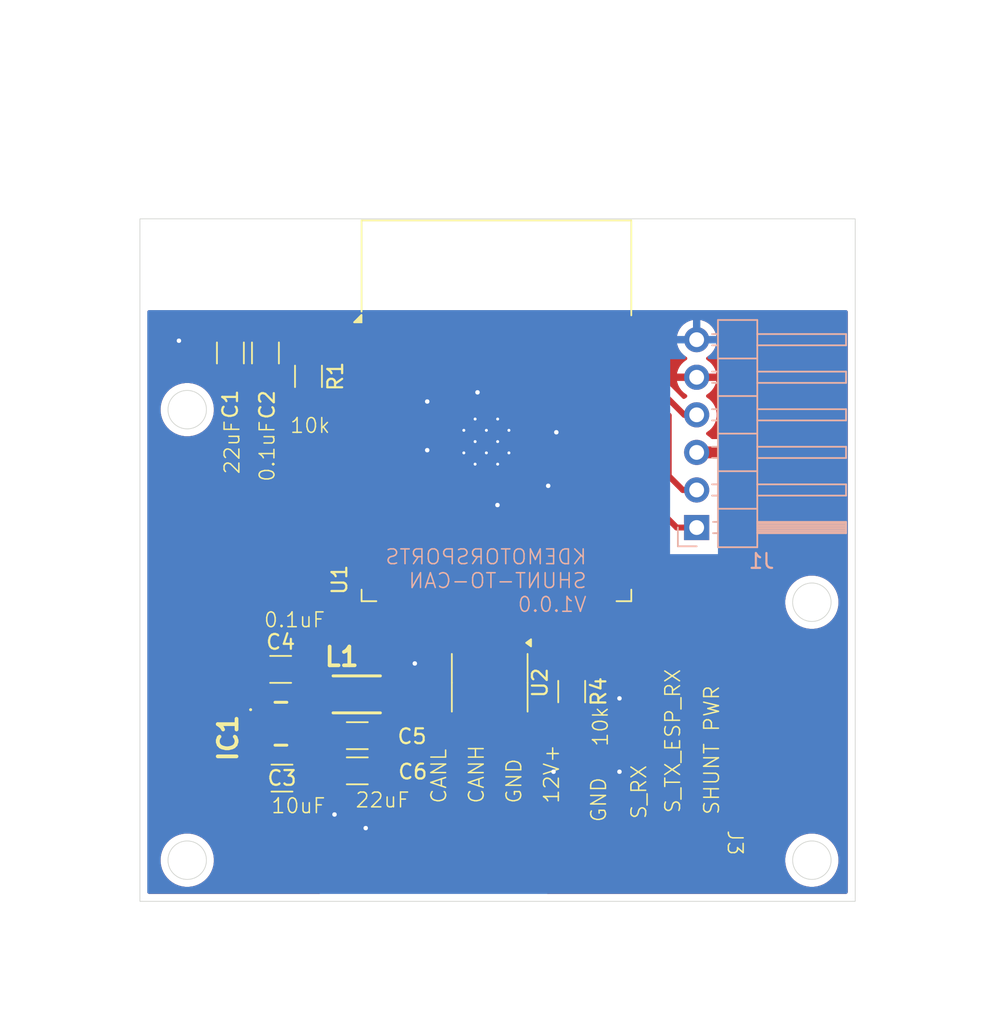
<source format=kicad_pcb>
(kicad_pcb (version 20241229) (generator "pcbnew") (generator_version "9.0")
  (layers (0 "F.Cu" signal) (2 "B.Cu" signal) (13 "F.Paste" user) (15 "B.Paste" user) (5 "F.SilkS" user "F.Silkscreen") (7 "B.SilkS" user "B.Silkscreen") (1 "F.Mask" user) (3 "B.Mask" user) (25 "Edge.Cuts" user))
  (net 0 "")
  (net 1 "+3.3V")
  (net 2 "GND")
  (net 3 "+12V")
  (net 4 "Net-(IC1-SW)")
  (net 5 "Net-(IC1-BST)")
  (net 6 "ESP32_TX")
  (net 7 "EN")
  (net 8 "IO0")
  (net 9 "ESP32_RX")
  (net 10 "CANL")
  (net 11 "CANH")
  (net 12 "SHUNT_DATA")
  (net 13 "SHUNT_RX")
  (net 14 "/Connectivity/SHUNT_PWR")
  (net 15 "Net-(U2-Rs)")
  (net 16 "CAN_RX")
  (net 17 "CAN_TX")
  (footprint "Capacitor_SMD:C_1206_3216Metric_Pad1.33x1.80mm_HandSolder" (layer "F.Cu") (at 132.87 106.06 180)
    (property "Reference" "C5" (at -3.7025 -0.05 0) (layer "F.SilkS"))
    (property "Value" "22uF")
    (fp_line (start -0.711252 0.91) (end 0.711252 0.91) (stroke (width 0.12)) (layer "F.SilkS"))
    (fp_line (start -0.711252 -0.91) (end 0.711252 -0.91) (stroke (width 0.12)) (layer "F.SilkS"))
    (pad "1" smd roundrect (at -1.5625 0 180) (size 1.325 1.8) (layers "F.Cu" "F.Mask" "F.Paste") (roundrect_rratio 0.188679) (net 1 "+3.3V"))
    (pad "2" smd roundrect (at 1.5625 0 180) (size 1.325 1.8) (layers "F.Cu" "F.Mask" "F.Paste") (roundrect_rratio 0.188679) (net 2 "GND"))
  )
  (footprint "CustomLibraries:CAN_PLUS_POWER" (layer "F.Cu") (at 151.086 115.7965 90)
    (property "Reference" "J2" (hide yes))
    (property "Value" "Conn_01x04")
    (fp_text user "GND" (at 5.08 -7.62 90) (layer "F.SilkS") (effects (font (thickness 0.1)) (justify left)))
    (fp_text user "12V+" (at 5.08 -5.08 90) (layer "F.SilkS") (effects (font (thickness 0.1)) (justify left)))
    (fp_text user "CANL" (at 5.08 -12.7 90) (layer "F.SilkS") (effects (font (thickness 0.1)) (justify left)))
    (fp_text user "CANH" (at 5.08 -10.16 90) (layer "F.SilkS") (effects (font (thickness 0.1)) (justify left)))
    (pad "1" smd roundrect (at 2.54 -5.08 90) (size 2.286 1.524) (layers "F.Cu" "F.Mask" "F.Paste") (net 3 "+12V"))
    (pad "2" smd roundrect (at 2.54 -7.62 90) (size 2.286 1.524) (layers "F.Cu" "F.Mask" "F.Paste") (net 2 "GND"))
    (pad "3" smd roundrect (at 2.54 -10.16 90) (size 2.286 1.524) (layers "F.Cu" "F.Mask" "F.Paste") (net 11 "CANH"))
    (pad "4" smd roundrect (at 2.54 -12.7 90) (size 2.286 1.524) (layers "F.Cu" "F.Mask" "F.Paste") (net 10 "CANL"))
  )
  (footprint "Package_SO:SOIC-8_3.9x4.9mm_P1.27mm" (layer "F.Cu") (at 141.825 102.485 -90)
    (property "Reference" "U2" (at 0 -3.4 90) (layer "F.SilkS"))
    (property "Value" "SN65HVD230")
    (fp_line (start 0 2.56) (end -1.95 2.56) (stroke (width 0.12)) (layer "F.SilkS"))
    (fp_line (start 0 2.56) (end 1.95 2.56) (stroke (width 0.12)) (layer "F.SilkS"))
    (fp_line (start 0 -2.56) (end -1.95 -2.56) (stroke (width 0.12)) (layer "F.SilkS"))
    (fp_line (start 0 -2.56) (end 1.95 -2.56) (stroke (width 0.12)) (layer "F.SilkS"))
    (fp_poly (pts (xy -2.7 -2.465) (xy -2.94 -2.795) (xy -2.46 -2.795) (xy -2.7 -2.465)) (stroke (width 0.12)) (fill yes) (layer "F.SilkS"))
    (pad "1" smd roundrect (at -2.475 -1.905 270) (size 1.95 0.6) (layers "F.Cu" "F.Mask" "F.Paste") (net 17 "CAN_TX"))
    (pad "2" smd roundrect (at -2.475 -0.635 270) (size 1.95 0.6) (layers "F.Cu" "F.Mask" "F.Paste") (net 2 "GND"))
    (pad "3" smd roundrect (at -2.475 0.635 270) (size 1.95 0.6) (layers "F.Cu" "F.Mask" "F.Paste") (net 1 "+3.3V"))
    (pad "4" smd roundrect (at -2.475 1.905 270) (size 1.95 0.6) (layers "F.Cu" "F.Mask" "F.Paste") (net 16 "CAN_RX"))
    (pad "5" smd roundrect (at 2.475 1.905 270) (size 1.95 0.6) (layers "F.Cu" "F.Mask" "F.Paste"))
    (pad "6" smd roundrect (at 2.475 0.635 270) (size 1.95 0.6) (layers "F.Cu" "F.Mask" "F.Paste") (net 10 "CANL"))
    (pad "7" smd roundrect (at 2.475 -0.635 270) (size 1.95 0.6) (layers "F.Cu" "F.Mask" "F.Paste") (net 11 "CANH"))
    (pad "8" smd roundrect (at 2.475 -1.905 270) (size 1.95 0.6) (layers "F.Cu" "F.Mask" "F.Paste") (net 15 "Net-(U2-Rs)"))
  )
  (footprint "Resistor_SMD:R_1206_3216Metric_Pad1.30x1.75mm_HandSolder" (layer "F.Cu") (at 147.37 103.08 -90)
    (property "Reference" "R4" (at 0 -1.82 90) (layer "F.SilkS"))
    (property "Value" "10k")
    (fp_line (start -0.727064 0.91) (end 0.727064 0.91) (stroke (width 0.12)) (layer "F.SilkS"))
    (fp_line (start -0.727064 -0.91) (end 0.727064 -0.91) (stroke (width 0.12)) (layer "F.SilkS"))
    (pad "1" smd roundrect (at -1.55 0 270) (size 1.3 1.75) (layers "F.Cu" "F.Mask" "F.Paste") (roundrect_rratio 0.192308) (net 2 "GND"))
    (pad "2" smd roundrect (at 1.55 0 270) (size 1.3 1.75) (layers "F.Cu" "F.Mask" "F.Paste") (roundrect_rratio 0.192308) (net 15 "Net-(U2-Rs)"))
  )
  (footprint "Capacitor_SMD:C_1206_3216Metric" (layer "F.Cu") (at 127.7775 108.93)
    (property "Reference" "C3" (at 0 0 0) (layer "F.SilkS"))
    (property "Value" "10uF")
    (fp_line (start -0.711252 -0.91) (end 0.711252 -0.91) (stroke (width 0.12)) (layer "F.SilkS"))
    (fp_line (start -0.711252 0.91) (end 0.711252 0.91) (stroke (width 0.12)) (layer "F.SilkS"))
    (pad "1" smd roundrect (at -1.475 0) (size 1.15 1.8) (layers "F.Cu" "F.Mask" "F.Paste") (roundrect_rratio 0.217391) (net 3 "+12V"))
    (pad "2" smd roundrect (at 1.475 0) (size 1.15 1.8) (layers "F.Cu" "F.Mask" "F.Paste") (roundrect_rratio 0.217391) (net 2 "GND"))
  )
  (footprint "Capacitor_SMD:C_1206_3216Metric" (layer "F.Cu") (at 127.6875 101.58)
    (property "Reference" "C4" (at 0 -1.85 0) (layer "F.SilkS"))
    (property "Value" "100nF")
    (fp_line (start -0.711252 -0.91) (end 0.711252 -0.91) (stroke (width 0.12)) (layer "F.SilkS"))
    (fp_line (start -0.711252 0.91) (end 0.711252 0.91) (stroke (width 0.12)) (layer "F.SilkS"))
    (pad "1" smd roundrect (at -1.475 0) (size 1.15 1.8) (layers "F.Cu" "F.Mask" "F.Paste") (roundrect_rratio 0.217391) (net 5 "Net-(IC1-BST)"))
    (pad "2" smd roundrect (at 1.475 0) (size 1.15 1.8) (layers "F.Cu" "F.Mask" "F.Paste") (roundrect_rratio 0.217391) (net 4 "Net-(IC1-SW)"))
  )
  (footprint "Connector:GenericPad_01x04" (layer "F.Cu") (at 144.19 108.17 -90)
    (property "Reference" "J3" (at 5.13 -14.23 270) (layer "F.SilkS") (effects (font (thickness 0.1))))
    (property "Value" "Conn_01x04")
    (pad "1" smd roundrect (at 5 -5 270) (size 1.905 1.27) (layers "F.Cu" "F.Mask" "F.Paste") (roundrect_rratio 0.15) (net 2 "GND"))
    (pad "2" smd roundrect (at 5 -7.5 270) (size 1.905 1.27) (layers "F.Cu" "F.Mask" "F.Paste") (roundrect_rratio 0.15) (net 13 "SHUNT_RX"))
    (pad "3" smd roundrect (at 5 -10 270) (size 1.905 1.27) (layers "F.Cu" "F.Mask" "F.Paste") (roundrect_rratio 0.15) (net 12 "SHUNT_DATA"))
    (pad "4" smd roundrect (at 5 -12.5 270) (size 1.905 1.27) (layers "F.Cu" "F.Mask" "F.Paste") (roundrect_rratio 0.15) (net 14 "/Connectivity/SHUNT_PWR"))
  )
  (footprint "CustomLibraries:AP63203WU7" (layer "F.Cu") (at 127.7075 105.254 -90)
    (property "Reference" "IC1" (at 0.966 3.5775 90) (layer "F.SilkS") (effects (font (size 1.27 1.27) (thickness 0.254))))
    (property "Value" "AP63203WU-7" (hide yes))
    (fp_line (start -0.95 2.1) (end -0.95 2.1) (stroke (width 0.1)) (layer "F.SilkS"))
    (fp_line (start -0.95 2) (end -0.95 2) (stroke (width 0.1)) (layer "F.SilkS"))
    (fp_line (start -1.45 -0.4) (end -1.45 0.4) (stroke (width 0.2)) (layer "F.SilkS"))
    (fp_line (start 1.45 -0.4) (end 1.45 0.4) (stroke (width 0.2)) (layer "F.SilkS"))
    (fp_arc (start -0.95 2.1) (mid -1 2.05) (end -0.95 2) (stroke (width 0.1)) (layer "F.SilkS"))
    (fp_arc (start -0.95 2) (mid -0.9 2.05) (end -0.95 2.1) (stroke (width 0.1)) (layer "F.SilkS"))
    (pad "1" smd rect (at -0.95 1.099 270) (size 0.7 1) (layers "F.Cu" "F.Mask" "F.Paste") (net 1 "+3.3V"))
    (pad "2" smd rect (at 0 1.099 270) (size 0.7 1) (layers "F.Cu" "F.Mask" "F.Paste") (net 3 "+12V"))
    (pad "3" smd rect (at 0.95 1.099 270) (size 0.7 1) (layers "F.Cu" "F.Mask" "F.Paste") (net 3 "+12V"))
    (pad "4" smd rect (at 0.95 -1.099 270) (size 0.7 1) (layers "F.Cu" "F.Mask" "F.Paste") (net 2 "GND"))
    (pad "5" smd rect (at 0 -1.099 270) (size 0.7 1) (layers "F.Cu" "F.Mask" "F.Paste") (net 4 "Net-(IC1-SW)"))
    (pad "6" smd rect (at -0.95 -1.099 270) (size 0.7 1) (layers "F.Cu" "F.Mask" "F.Paste") (net 5 "Net-(IC1-BST)"))
  )
  (footprint "Capacitor_SMD:C_1206_3216Metric_Pad1.33x1.80mm_HandSolder" (layer "F.Cu") (at 132.87 108.44 180)
    (property "Reference" "C6" (at -3.7525 -0.06 0) (layer "F.SilkS"))
    (property "Value" "22uF")
    (fp_line (start -0.711252 0.91) (end 0.711252 0.91) (stroke (width 0.12)) (layer "F.SilkS"))
    (fp_line (start -0.711252 -0.91) (end 0.711252 -0.91) (stroke (width 0.12)) (layer "F.SilkS"))
    (pad "1" smd roundrect (at -1.5625 0 180) (size 1.325 1.8) (layers "F.Cu" "F.Mask" "F.Paste") (roundrect_rratio 0.188679) (net 1 "+3.3V"))
    (pad "2" smd roundrect (at 1.5625 0 180) (size 1.325 1.8) (layers "F.Cu" "F.Mask" "F.Paste") (roundrect_rratio 0.188679) (net 2 "GND"))
  )
  (footprint "Capacitor_SMD:C_1206_3216Metric_Pad1.33x1.80mm_HandSolder" (layer "F.Cu") (at 124.29 80.1875 90)
    (property "Reference" "C1" (at -3.47 -0.01 90) (layer "F.SilkS"))
    (property "Value" "22uF")
    (fp_line (start -0.711252 -0.91) (end 0.711252 -0.91) (stroke (width 0.12)) (layer "F.SilkS"))
    (fp_line (start -0.711252 0.91) (end 0.711252 0.91) (stroke (width 0.12)) (layer "F.SilkS"))
    (pad "1" smd roundrect (at -1.5625 0 90) (size 1.325 1.8) (layers "F.Cu" "F.Mask" "F.Paste") (roundrect_rratio 0.188679) (net 1 "+3.3V"))
    (pad "2" smd roundrect (at 1.5625 0 90) (size 1.325 1.8) (layers "F.Cu" "F.Mask" "F.Paste") (roundrect_rratio 0.188679) (net 2 "GND"))
  )
  (footprint "RF_Module:ESP32-WROOM-32" (layer "F.Cu") (at 142.28 87.09)
    (property "Reference" "U1" (at -10.61 8.43 90) (layer "F.SilkS"))
    (property "Value" "ESP32-WROOM-32")
    (fp_line (start -9.12 -15.86) (end -9.12 -9.7) (stroke (width 0.12)) (layer "F.SilkS"))
    (fp_line (start -9.12 -15.86) (end 9.12 -15.86) (stroke (width 0.12)) (layer "F.SilkS"))
    (fp_line (start -9.12 9.1) (end -9.12 9.88) (stroke (width 0.12)) (layer "F.SilkS"))
    (fp_line (start -9.12 9.88) (end -8.12 9.88) (stroke (width 0.12)) (layer "F.SilkS"))
    (fp_line (start 9.12 -15.86) (end 9.12 -9.445) (stroke (width 0.12)) (layer "F.SilkS"))
    (fp_line (start 9.12 9.1) (end 9.12 9.88) (stroke (width 0.12)) (layer "F.SilkS"))
    (fp_line (start 9.12 9.88) (end 8.12 9.88) (stroke (width 0.12)) (layer "F.SilkS"))
    (fp_poly (pts (xy -9.125 -8.975) (xy -9.625 -8.975) (xy -9.125 -9.475) (xy -9.125 -8.975)) (stroke (width 0.12)) (fill yes) (layer "F.SilkS"))
    (pad "1" smd rect (at -8.75 -8.25) (size 1.5 0.9) (layers "F.Cu" "F.Mask" "F.Paste") (net 2 "GND"))
    (pad "2" smd rect (at -8.75 -6.98) (size 1.5 0.9) (layers "F.Cu" "F.Mask" "F.Paste") (net 1 "+3.3V"))
    (pad "3" smd rect (at -8.75 -5.71) (size 1.5 0.9) (layers "F.Cu" "F.Mask" "F.Paste") (net 7 "EN"))
    (pad "4" smd rect (at -8.75 -4.44) (size 1.5 0.9) (layers "F.Cu" "F.Mask" "F.Paste"))
    (pad "5" smd rect (at -8.75 -3.17) (size 1.5 0.9) (layers "F.Cu" "F.Mask" "F.Paste"))
    (pad "6" smd rect (at -8.75 -1.9) (size 1.5 0.9) (layers "F.Cu" "F.Mask" "F.Paste"))
    (pad "7" smd rect (at -8.75 -0.63) (size 1.5 0.9) (layers "F.Cu" "F.Mask" "F.Paste"))
    (pad "8" smd rect (at -8.75 0.64) (size 1.5 0.9) (layers "F.Cu" "F.Mask" "F.Paste"))
    (pad "9" smd rect (at -8.75 1.91) (size 1.5 0.9) (layers "F.Cu" "F.Mask" "F.Paste"))
    (pad "10" smd rect (at -8.75 3.18) (size 1.5 0.9) (layers "F.Cu" "F.Mask" "F.Paste"))
    (pad "11" smd rect (at -8.75 4.45) (size 1.5 0.9) (layers "F.Cu" "F.Mask" "F.Paste"))
    (pad "12" smd rect (at -8.75 5.72) (size 1.5 0.9) (layers "F.Cu" "F.Mask" "F.Paste"))
    (pad "13" smd rect (at -8.75 6.99) (size 1.5 0.9) (layers "F.Cu" "F.Mask" "F.Paste"))
    (pad "14" smd rect (at -8.75 8.26) (size 1.5 0.9) (layers "F.Cu" "F.Mask" "F.Paste"))
    (pad "15" smd rect (at -5.71 9.51 90) (size 1.5 0.9) (layers "F.Cu" "F.Mask" "F.Paste") (net 2 "GND"))
    (pad "16" smd rect (at -4.44 9.51 90) (size 1.5 0.9) (layers "F.Cu" "F.Mask" "F.Paste") (net 16 "CAN_RX"))
    (pad "17" smd rect (at -3.17 9.51 90) (size 1.5 0.9) (layers "F.Cu" "F.Mask" "F.Paste"))
    (pad "18" smd rect (at -1.9 9.51 90) (size 1.5 0.9) (layers "F.Cu" "F.Mask" "F.Paste"))
    (pad "19" smd rect (at -0.63 9.51 90) (size 1.5 0.9) (layers "F.Cu" "F.Mask" "F.Paste"))
    (pad "20" smd rect (at 0.64 9.51 90) (size 1.5 0.9) (layers "F.Cu" "F.Mask" "F.Paste"))
    (pad "21" smd rect (at 1.91 9.51 90) (size 1.5 0.9) (layers "F.Cu" "F.Mask" "F.Paste"))
    (pad "22" smd rect (at 3.18 9.51 90) (size 1.5 0.9) (layers "F.Cu" "F.Mask" "F.Paste"))
    (pad "23" smd rect (at 4.45 9.51 90) (size 1.5 0.9) (layers "F.Cu" "F.Mask" "F.Paste") (net 17 "CAN_TX"))
    (pad "24" smd rect (at 5.72 9.51 90) (size 1.5 0.9) (layers "F.Cu" "F.Mask" "F.Paste"))
    (pad "25" smd rect (at 8.75 8.26) (size 1.5 0.9) (layers "F.Cu" "F.Mask" "F.Paste") (net 8 "IO0"))
    (pad "26" smd rect (at 8.75 6.99) (size 1.5 0.9) (layers "F.Cu" "F.Mask" "F.Paste"))
    (pad "27" smd rect (at 8.75 5.72) (size 1.5 0.9) (layers "F.Cu" "F.Mask" "F.Paste") (net 12 "SHUNT_DATA"))
    (pad "28" smd rect (at 8.75 4.45) (size 1.5 0.9) (layers "F.Cu" "F.Mask" "F.Paste"))
    (pad "29" smd rect (at 8.75 3.18) (size 1.5 0.9) (layers "F.Cu" "F.Mask" "F.Paste"))
    (pad "30" smd rect (at 8.75 1.91) (size 1.5 0.9) (layers "F.Cu" "F.Mask" "F.Paste"))
    (pad "31" smd rect (at 8.75 0.64) (size 1.5 0.9) (layers "F.Cu" "F.Mask" "F.Paste"))
    (pad "32" smd rect (at 8.75 -0.63) (size 1.5 0.9) (layers "F.Cu" "F.Mask" "F.Paste"))
    (pad "33" smd rect (at 8.75 -1.9) (size 1.5 0.9) (layers "F.Cu" "F.Mask" "F.Paste"))
    (pad "34" smd rect (at 8.75 -3.17) (size 1.5 0.9) (layers "F.Cu" "F.Mask" "F.Paste") (net 9 "ESP32_RX"))
    (pad "35" smd rect (at 8.75 -4.44) (size 1.5 0.9) (layers "F.Cu" "F.Mask" "F.Paste") (net 6 "ESP32_TX"))
    (pad "36" smd rect (at 8.75 -5.71) (size 1.5 0.9) (layers "F.Cu" "F.Mask" "F.Paste"))
    (pad "37" smd rect (at 8.75 -6.98) (size 1.5 0.9) (layers "F.Cu" "F.Mask" "F.Paste"))
    (pad "38" smd rect (at 8.75 -8.25) (size 1.5 0.9) (layers "F.Cu" "F.Mask" "F.Paste") (net 2 "GND"))
    (pad "39" smd rect (at -2.205 -2.435) (size 1.05 1.05) (layers "F.Cu" "F.Paste") (net 2 "GND"))
    (pad "39" thru_hole circle (at -2.205 -1.6725) (size 0.6 0.6) (drill 0.2) (property pad_prop_heatsink) (layers "*.Cu" "F.Mask") (net 2 "GND"))
    (pad "39" smd rect (at -2.205 -0.91) (size 1.05 1.05) (layers "F.Cu" "F.Paste") (net 2 "GND"))
    (pad "39" thru_hole circle (at -2.205 -0.1475) (size 0.6 0.6) (drill 0.2) (property pad_prop_heatsink) (layers "*.Cu" "F.Mask") (net 2 "GND"))
    (pad "39" smd rect (at -2.205 0.615) (size 1.05 1.05) (layers "F.Cu" "F.Paste") (net 2 "GND"))
    (pad "39" thru_hole circle (at -1.4425 -2.435) (size 0.6 0.6) (drill 0.2) (property pad_prop_heatsink) (layers "*.Cu" "F.Mask") (net 2 "GND"))
    (pad "39" thru_hole circle (at -1.4425 -0.91) (size 0.6 0.6) (drill 0.2) (property pad_prop_heatsink) (layers "*.Cu" "F.Mask") (net 2 "GND"))
    (pad "39" thru_hole circle (at -1.4425 0.615) (size 0.6 0.6) (drill 0.2) (property pad_prop_heatsink) (layers "*.Cu" "F.Mask") (net 2 "GND"))
    (pad "39" smd rect (at -0.68 -2.435) (size 1.05 1.05) (layers "F.Cu" "F.Paste") (net 2 "GND"))
    (pad "39" thru_hole circle (at -0.68 -1.6725) (size 0.6 0.6) (drill 0.2) (property pad_prop_heatsink) (layers "*.Cu" "F.Mask") (net 2 "GND"))
    (pad "39" smd rect (at -0.68 -0.91) (size 1.05 1.05) (layers "F.Cu" "F.Paste") (net 2 "GND"))
    (pad "39" smd rect (at -0.68 -0.91) (size 4.2 4.2) (property pad_prop_heatsink) (layers "F.Cu" "F.Mask") (net 2 "GND"))
    (pad "39" thru_hole circle (at -0.68 -0.1475) (size 0.6 0.6) (drill 0.2) (property pad_prop_heatsink) (layers "*.Cu" "F.Mask") (net 2 "GND"))
    (pad "39" smd rect (at -0.68 0.615) (size 1.05 1.05) (layers "F.Cu" "F.Paste") (net 2 "GND"))
    (pad "39" thru_hole circle (at 0.0825 -2.435) (size 0.6 0.6) (drill 0.2) (property pad_prop_heatsink) (layers "*.Cu" "F.Mask") (net 2 "GND"))
    (pad "39" thru_hole circle (at 0.0825 -0.91) (size 0.6 0.6) (drill 0.2) (property pad_prop_heatsink) (layers "*.Cu" "F.Mask") (net 2 "GND"))
    (pad "39" thru_hole circle (at 0.0825 0.615) (size 0.6 0.6) (drill 0.2) (property pad_prop_heatsink) (layers "*.Cu" "F.Mask") (net 2 "GND"))
    (pad "39" smd rect (at 0.845 -2.435) (size 1.05 1.05) (layers "F.Cu" "F.Paste") (net 2 "GND"))
    (pad "39" thru_hole circle (at 0.845 -1.6725) (size 0.6 0.6) (drill 0.2) (property pad_prop_heatsink) (layers "*.Cu" "F.Mask") (net 2 "GND"))
    (pad "39" smd rect (at 0.845 -0.91) (size 1.05 1.05) (layers "F.Cu" "F.Paste") (net 2 "GND"))
    (pad "39" thru_hole circle (at 0.845 -0.1475) (size 0.6 0.6) (drill 0.2) (property pad_prop_heatsink) (layers "*.Cu" "F.Mask") (net 2 "GND"))
    (pad "39" smd rect (at 0.845 0.615) (size 1.05 1.05) (layers "F.Cu" "F.Paste") (net 2 "GND"))
    (zone (net 0) (net_name "") (layers "F.Cu" "B.Cu") (connect_pads (clearance 0)) (min_thickness 0.254)
      (keepout (tracks not_allowed) (vias not_allowed) (pads not_allowed) (copperpour not_allowed) (footprints not_allowed))
      (fill (thermal_gap 0.508) (thermal_bridge_width 0.508))
      (polygon (pts (xy 118.28 77.29) (xy 166.28 77.29) (xy 166.28 56.35) (xy 118.28 56.35)))
    )
  )
  (footprint "Resistor_SMD:R_1206_3216Metric_Pad1.30x1.75mm_HandSolder" (layer "F.Cu") (at 129.57 81.77 -90)
    (property "Reference" "R1" (at 0 -1.82 90) (layer "F.SilkS"))
    (property "Value" "10k")
    (fp_line (start -0.727064 0.91) (end 0.727064 0.91) (stroke (width 0.12)) (layer "F.SilkS"))
    (fp_line (start -0.727064 -0.91) (end 0.727064 -0.91) (stroke (width 0.12)) (layer "F.SilkS"))
    (pad "1" smd roundrect (at -1.55 0 270) (size 1.3 1.75) (layers "F.Cu" "F.Mask" "F.Paste") (roundrect_rratio 0.192308) (net 1 "+3.3V"))
    (pad "2" smd roundrect (at 1.55 0 270) (size 1.3 1.75) (layers "F.Cu" "F.Mask" "F.Paste") (roundrect_rratio 0.192308) (net 7 "EN"))
  )
  (footprint "Inductor_SMD:NLV32T-3R9J-EF" (layer "F.Cu") (at 132.8325 103.27)
    (property "Reference" "L1" (at -1.016 -2.54 0) (layer "F.SilkS") (effects (font (size 1.27 1.27) (thickness 0.254))))
    (property "Value" "NLV32T-3R9J-EF (3.9uH)" (hide yes))
    (fp_line (start -1.6 1.25) (end 1.6 1.25) (stroke (width 0.2)) (layer "F.SilkS"))
    (fp_line (start 1.6 -1.25) (end -1.6 -1.25) (stroke (width 0.2)) (layer "F.SilkS"))
    (pad "1" smd rect (at -1.5 0) (size 1.4 1.95) (layers "F.Cu" "F.Mask" "F.Paste") (net 4 "Net-(IC1-SW)"))
    (pad "2" smd rect (at 1.5 0) (size 1.4 1.95) (layers "F.Cu" "F.Mask" "F.Paste") (net 1 "+3.3V"))
  )
  (footprint "Capacitor_SMD:C_1206_3216Metric_Pad1.33x1.80mm_HandSolder" (layer "F.Cu") (at 126.66 80.1875 90)
    (property "Reference" "C2" (at -3.5025 0.11 90) (layer "F.SilkS"))
    (property "Value" "0.1uF")
    (fp_line (start -0.711252 -0.91) (end 0.711252 -0.91) (stroke (width 0.12)) (layer "F.SilkS"))
    (fp_line (start -0.711252 0.91) (end 0.711252 0.91) (stroke (width 0.12)) (layer "F.SilkS"))
    (pad "1" smd roundrect (at -1.5625 0 90) (size 1.325 1.8) (layers "F.Cu" "F.Mask" "F.Paste") (roundrect_rratio 0.188679) (net 1 "+3.3V"))
    (pad "2" smd roundrect (at 1.5625 0 90) (size 1.325 1.8) (layers "F.Cu" "F.Mask" "F.Paste") (roundrect_rratio 0.188679) (net 2 "GND"))
  )
  (footprint "Connector_PinHeader_2.54mm:PinHeader_1x06_P2.54mm_Horizontal" (layer "B.Cu") (at 155.82 91.99)
    (property "Reference" "J1" (at 4.385 2.27 180) (layer "B.SilkS") (effects (justify mirror)))
    (property "Value" "Conn_01x06")
    (fp_line (start -1.27 0) (end -1.27 1.27) (stroke (width 0.12)) (layer "B.SilkS"))
    (fp_line (start -1.27 1.27) (end 0 1.27) (stroke (width 0.12)) (layer "B.SilkS"))
    (fp_line (start 1.042929 -13.08) (end 1.44 -13.08) (stroke (width 0.12)) (layer "B.SilkS"))
    (fp_line (start 1.042929 -12.32) (end 1.44 -12.32) (stroke (width 0.12)) (layer "B.SilkS"))
    (fp_line (start 1.042929 -10.54) (end 1.44 -10.54) (stroke (width 0.12)) (layer "B.SilkS"))
    (fp_line (start 1.042929 -9.78) (end 1.44 -9.78) (stroke (width 0.12)) (layer "B.SilkS"))
    (fp_line (start 1.042929 -8) (end 1.44 -8) (stroke (width 0.12)) (layer "B.SilkS"))
    (fp_line (start 1.042929 -7.24) (end 1.44 -7.24) (stroke (width 0.12)) (layer "B.SilkS"))
    (fp_line (start 1.042929 -5.46) (end 1.44 -5.46) (stroke (width 0.12)) (layer "B.SilkS"))
    (fp_line (start 1.042929 -4.7) (end 1.44 -4.7) (stroke (width 0.12)) (layer "B.SilkS"))
    (fp_line (start 1.042929 -2.92) (end 1.44 -2.92) (stroke (width 0.12)) (layer "B.SilkS"))
    (fp_line (start 1.042929 -2.16) (end 1.44 -2.16) (stroke (width 0.12)) (layer "B.SilkS"))
    (fp_line (start 1.11 -0.38) (end 1.44 -0.38) (stroke (width 0.12)) (layer "B.SilkS"))
    (fp_line (start 1.11 0.38) (end 1.44 0.38) (stroke (width 0.12)) (layer "B.SilkS"))
    (fp_line (start 1.44 -14.03) (end 4.1 -14.03) (stroke (width 0.12)) (layer "B.SilkS"))
    (fp_line (start 1.44 -11.43) (end 4.1 -11.43) (stroke (width 0.12)) (layer "B.SilkS"))
    (fp_line (start 1.44 -8.89) (end 4.1 -8.89) (stroke (width 0.12)) (layer "B.SilkS"))
    (fp_line (start 1.44 -6.35) (end 4.1 -6.35) (stroke (width 0.12)) (layer "B.SilkS"))
    (fp_line (start 1.44 -3.81) (end 4.1 -3.81) (stroke (width 0.12)) (layer "B.SilkS"))
    (fp_line (start 1.44 -1.27) (end 4.1 -1.27) (stroke (width 0.12)) (layer "B.SilkS"))
    (fp_line (start 1.44 1.33) (end 1.44 -14.03) (stroke (width 0.12)) (layer "B.SilkS"))
    (fp_line (start 4.1 -14.03) (end 4.1 1.33) (stroke (width 0.12)) (layer "B.SilkS"))
    (fp_line (start 4.1 -12.32) (end 10.1 -12.32) (stroke (width 0.12)) (layer "B.SilkS"))
    (fp_line (start 4.1 -9.78) (end 10.1 -9.78) (stroke (width 0.12)) (layer "B.SilkS"))
    (fp_line (start 4.1 -7.24) (end 10.1 -7.24) (stroke (width 0.12)) (layer "B.SilkS"))
    (fp_line (start 4.1 -4.7) (end 10.1 -4.7) (stroke (width 0.12)) (layer "B.SilkS"))
    (fp_line (start 4.1 -2.16) (end 10.1 -2.16) (stroke (width 0.12)) (layer "B.SilkS"))
    (fp_line (start 4.1 -0.28) (end 10.1 -0.28) (stroke (width 0.12)) (layer "B.SilkS"))
    (fp_line (start 4.1 -0.16) (end 10.1 -0.16) (stroke (width 0.12)) (layer "B.SilkS"))
    (fp_line (start 4.1 -0.04) (end 10.1 -0.04) (stroke (width 0.12)) (layer "B.SilkS"))
    (fp_line (start 4.1 0.08) (end 10.1 0.08) (stroke (width 0.12)) (layer "B.SilkS"))
    (fp_line (start 4.1 0.2) (end 10.1 0.2) (stroke (width 0.12)) (layer "B.SilkS"))
    (fp_line (start 4.1 0.32) (end 10.1 0.32) (stroke (width 0.12)) (layer "B.SilkS"))
    (fp_line (start 4.1 0.38) (end 10.1 0.38) (stroke (width 0.12)) (layer "B.SilkS"))
    (fp_line (start 4.1 1.33) (end 1.44 1.33) (stroke (width 0.12)) (layer "B.SilkS"))
    (fp_line (start 10.1 -13.08) (end 4.1 -13.08) (stroke (width 0.12)) (layer "B.SilkS"))
    (fp_line (start 10.1 -12.32) (end 10.1 -13.08) (stroke (width 0.12)) (layer "B.SilkS"))
    (fp_line (start 10.1 -10.54) (end 4.1 -10.54) (stroke (width 0.12)) (layer "B.SilkS"))
    (fp_line (start 10.1 -9.78) (end 10.1 -10.54) (stroke (width 0.12)) (layer "B.SilkS"))
    (fp_line (start 10.1 -8) (end 4.1 -8) (stroke (width 0.12)) (layer "B.SilkS"))
    (fp_line (start 10.1 -7.24) (end 10.1 -8) (stroke (width 0.12)) (layer "B.SilkS"))
    (fp_line (start 10.1 -5.46) (end 4.1 -5.46) (stroke (width 0.12)) (layer "B.SilkS"))
    (fp_line (start 10.1 -4.7) (end 10.1 -5.46) (stroke (width 0.12)) (layer "B.SilkS"))
    (fp_line (start 10.1 -2.92) (end 4.1 -2.92) (stroke (width 0.12)) (layer "B.SilkS"))
    (fp_line (start 10.1 -2.16) (end 10.1 -2.92) (stroke (width 0.12)) (layer "B.SilkS"))
    (fp_line (start 10.1 -0.38) (end 4.1 -0.38) (stroke (width 0.12)) (layer "B.SilkS"))
    (fp_line (start 10.1 0.38) (end 10.1 -0.38) (stroke (width 0.12)) (layer "B.SilkS"))
    (pad "1" thru_hole rect (at 0 0) (size 1.7 1.7) (drill 1) (layers "*.Cu" "*.Mask") (net 9 "ESP32_RX"))
    (pad "2" thru_hole oval (at 0 -2.54) (size 1.7 1.7) (drill 1) (layers "*.Cu" "*.Mask") (net 6 "ESP32_TX"))
    (pad "3" thru_hole oval (at 0 -5.08) (size 1.7 1.7) (drill 1) (layers "*.Cu" "*.Mask") (net 8 "IO0"))
    (pad "4" thru_hole oval (at 0 -7.62) (size 1.7 1.7) (drill 1) (layers "*.Cu" "*.Mask") (net 7 "EN"))
    (pad "5" thru_hole oval (at 0 -10.16) (size 1.7 1.7) (drill 1) (layers "*.Cu" "*.Mask") (net 1 "+3.3V"))
    (pad "6" thru_hole oval (at 0 -12.7) (size 1.7 1.7) (drill 1) (layers "*.Cu" "*.Mask") (net 2 "GND"))
  )
  (gr_circle (center 121.37 114.48) (end 122.67 114.48) (stroke (width 0.05)) (fill no) (layer "Edge.Cuts"))
  (gr_circle (center 163.61 97.04) (end 164.91 97.04) (stroke (width 0.05)) (fill no) (layer "Edge.Cuts"))
  (gr_rect (start 118.17 71.12) (end 166.54 117.26) (stroke (width 0.05)) (fill no) (layer "Edge.Cuts"))
  (gr_circle (center 121.37 84.02) (end 122.67 84.02) (stroke (width 0.05)) (fill no) (layer "Edge.Cuts"))
  (gr_circle (center 163.61 114.48) (end 164.91 114.48) (stroke (width 0.05)) (fill no) (layer "Edge.Cuts"))
  (gr_text "22uF" (at 132.68 111 0) (layer "F.SilkS") (effects (font (size 1 1) (thickness 0.1)) (justify left bottom)))
  (gr_text "S_RX" (at 152.5 111.77 90) (layer "F.SilkS") (effects (font (size 1 1) (thickness 0.1)) (justify left bottom)))
  (gr_text "10k" (at 128.26 85.68 0) (layer "F.SilkS") (effects (font (size 1 1) (thickness 0.1)) (justify left bottom)))
  (gr_text "0.1uF" (at 126.49 98.82 0) (layer "F.SilkS") (effects (font (size 1 1) (thickness 0.1)) (justify left bottom)))
  (gr_text "GND" (at 149.78 111.98 90) (layer "F.SilkS") (effects (font (size 1 1) (thickness 0.1)) (justify left bottom)))
  (gr_text "0.1uF" (at 127.36 88.96 90) (layer "F.SilkS") (effects (font (size 1 1) (thickness 0.1)) (justify left bottom)))
  (gr_text "SHUNT PWR" (at 157.42 111.48 90) (layer "F.SilkS") (effects (font (size 1 1) (thickness 0.1)) (justify left bottom)))
  (gr_text "22uF" (at 124.99 88.46 90) (layer "F.SilkS") (effects (font (size 1 1) (thickness 0.1)) (justify left bottom)))
  (gr_text "10k" (at 149.9 106.87 90) (layer "F.SilkS") (effects (font (size 1 1) (thickness 0.1)) (justify left bottom)))
  (gr_text "10uF" (at 126.99 111.39 0) (layer "F.SilkS") (effects (font (size 1 1) (thickness 0.1)) (justify left bottom)))
  (gr_text "S_TX_ESP_RX" (at 154.79 111.37 90) (layer "F.SilkS") (effects (font (size 1 1) (thickness 0.1)) (justify left bottom)))
  (gr_text "KDEMOTORSPORTS\nSHUNT-TO-CAN\nV1.0.0" (at 148.45 97.78 0) (layer "B.SilkS") (effects (font (size 1 1) (thickness 0.1)) (justify left bottom mirror)))
  (segment (start 128.43 81.75) (end 129.57 80.61) (width 0.6) (layer "F.Cu") (net 1))
  (segment (start 133.53 80.11) (end 129.68 80.11) (width 0.6) (layer "F.Cu") (net 1))
  (segment (start 129.68 80.11) (end 129.57 80.22) (width 0.6) (layer "F.Cu") (net 1))
  (segment (start 124.29 81.75) (end 126.66 81.75) (width 1) (layer "F.Cu") (net 1))
  (segment (start 134.3425 103.28) (end 134.3325 103.27) (width 0.2) (layer "F.Cu") (net 1))
  (segment (start 134.4325 103.37) (end 134.3325 103.27) (width 0.2) (layer "F.Cu") (net 1))
  (segment (start 134.4325 108.44) (end 134.4325 106.06) (width 1) (layer "F.Cu") (net 1))
  (segment (start 129.57 80.61) (end 129.57 80.22) (width 0.6) (layer "F.Cu") (net 1))
  (segment (start 126.66 81.75) (end 128.43 81.75) (width 0.6) (layer "F.Cu") (net 1))
  (segment (start 134.4325 106.06) (end 134.4325 103.37) (width 1) (layer "F.Cu") (net 1))
  (segment (start 140.075 86.18) (end 138.18 86.18) (width 0.2) (layer "F.Cu") (net 2))
  (segment (start 143.125 86.18) (end 145.7 86.18) (width 0.2) (layer "F.Cu") (net 2))
  (segment (start 155.37 78.84) (end 155.82 79.29) (width 0.4) (layer "F.Cu") (net 2))
  (segment (start 145.68 101.53) (end 147.37 101.53) (width 0.6) (layer "F.Cu") (net 2))
  (segment (start 149.18 101.53) (end 147.37 101.53) (width 0.6) (layer "F.Cu") (net 2))
  (segment (start 143.865 84.655) (end 143.125 84.655) (width 0.4) (layer "F.Cu") (net 2))
  (segment (start 143.466 110.376) (end 145.342 108.5) (width 1) (layer "F.Cu") (net 2))
  (segment (start 138.785 84.655) (end 137.6 83.47) (width 0.2) (layer "F.Cu") (net 2))
  (segment (start 141.6 84.655) (end 141.6 83.45) (width 0.2) (layer "F.Cu") (net 2))
  (segment (start 151.05 103.54) (end 150.6 103.54) (width 0.6) (layer "F.Cu") (net 2))
  (segment (start 142.46 101.1) (end 143.17 101.81) (width 0.6) (layer "F.Cu") (net 2))
  (segment (start 142.46 100.01) (end 142.46 101.1) (width 0.6) (layer "F.Cu") (net 2))
  (segment (start 121.545 78.625) (end 120.81 79.36) (width 0.6) (layer "F.Cu") (net 2))
  (segment (start 120.81 79.36) (end 120.48 79.36) (width 0.6) (layer "F.Cu") (net 2))
  (segment (start 150.6 108.67) (end 150.6 110.34) (width 0.8) (layer "F.Cu") (net 2))
  (segment (start 144.315 87.705) (end 145.78 89.17) (width 0.2) (layer "F.Cu") (net 2))
  (segment (start 143.17 101.81) (end 145.4 101.81) (width 0.6) (layer "F.Cu") (net 2))
  (segment (start 141.6 83.45) (end 141 82.85) (width 0.2) (layer "F.Cu") (net 2))
  (segment (start 131.1635 106.204) (end 131.3075 106.06) (width 0.2) (layer "F.Cu") (net 2))
  (segment (start 141.6 87.705) (end 141.6 89.72) (width 0.2) (layer "F.Cu") (net 2))
  (segment (start 131.39 78.84) (end 131.175 78.625) (width 0.6) (layer "F.Cu") (net 2))
  (segment (start 136.76 101.18) (end 136.76 100.5) (width 0.2) (layer "F.Cu") (net 2))
  (segment (start 150.6 110.34) (end 149.19 111.75) (width 0.8) (layer "F.Cu") (net 2))
  (segment (start 145.7 86.18) (end 146.33 85.55) (width 0.2) (layer "F.Cu") (net 2))
  (segment (start 136.76 100.5) (end 136.68 100.42) (width 0.2) (layer "F.Cu") (net 2))
  (segment (start 136.57 92.92) (end 140.075 89.415) (width 0.6) (layer "F.Cu") (net 2))
  (segment (start 136.57 96.6) (end 136.57 92.92) (width 0.6) (layer "F.Cu") (net 2))
  (segment (start 141.6 89.72) (end 142.35 90.47) (width 0.2) (layer "F.Cu") (net 2))
  (segment (start 151.03 78.84) (end 149.68 78.84) (width 0.4) (layer "F.Cu") (net 2))
  (segment (start 130.8175 108.93) (end 131.3075 108.44) (width 1) (layer "F.Cu") (net 2))
  (segment (start 143.466 113.2565) (end 143.466 110.376) (width 1) (layer "F.Cu") (net 2))
  (segment (start 145.4 101.81) (end 145.68 101.53) (width 0.6) (layer "F.Cu") (net 2))
  (segment (start 126.66 78.625) (end 124.29 78.625) (width 0.6) (layer "F.Cu") (net 2))
  (segment (start 133.53 78.84) (end 131.39 78.84) (width 0.6) (layer "F.Cu") (net 2))
  (segment (start 150.6 102.17) (end 149.94 101.51) (width 0.6) (layer "F.Cu") (net 2))
  (segment (start 131.175 78.625) (end 126.66 78.625) (width 0.6) (layer "F.Cu") (net 2))
  (segment (start 149.68 78.84) (end 143.865 84.655) (width 0.4) (layer "F.Cu") (net 2))
  (segment (start 140.075 84.655) (end 138.785 84.655) (width 0.2) (layer "F.Cu") (net 2))
  (segment (start 150.6 103.54) (end 150.6 102.17) (width 0.6) (layer "F.Cu") (net 2))
  (segment (start 143.125 87.705) (end 144.315 87.705) (width 0.2) (layer "F.Cu") (net 2))
  (segment (start 149.2 101.51) (end 149.18 101.53) (width 0.2) (layer "F.Cu") (net 2))
  (segment (start 138.18 86.18) (end 137.6 86.76) (width 0.2) (layer "F.Cu") (net 2))
  (segment (start 149.94 101.51) (end 149.2 101.51) (width 0.6) (layer "F.Cu") (net 2))
  (segment (start 136.68 100.42) (end 136.68 98.54) (width 0.6) (layer "F.Cu") (net 2))
  (segment (start 136.57 98.43) (end 136.57 96.6) (width 0.6) (layer "F.Cu") (net 2))
  (segment (start 124.29 78.625) (end 121.545 78.625) (width 0.6) (layer "F.Cu") (net 2))
  (segment (start 149.19 111.75) (end 149.19 113.17) (width 0.8) (layer "F.Cu") (net 2))
  (segment (start 136.68 98.54) (end 136.57 98.43) (width 0.6) (layer "F.Cu") (net 2))
  (segment (start 140.075 89.415) (end 140.075 87.705) (width 0.6) (layer "F.Cu") (net 2))
  (segment (start 145.342 108.5) (end 146.14 108.5) (width 0.2) (layer "F.Cu") (net 2))
  (via (at 150.6 103.54) (size 1.5) (drill 0.3) (layers "F.Cu" "B.Cu") (net 2))
  (via (at 136.76 101.18) (size 1.5) (drill 0.3) (layers "F.Cu" "B.Cu") (net 2))
  (via (at 146.33 85.55) (size 0.6) (drill 0.3) (layers "F.Cu" "B.Cu") (net 2))
  (via (at 137.6 86.76) (size 0.6) (drill 0.3) (layers "F.Cu" "B.Cu") (net 2))
  (via (at 150.6 108.5) (size 1.5) (drill 0.3) (layers "F.Cu" "B.Cu") (net 2))
  (via (at 145.78 89.17) (size 0.6) (drill 0.3) (layers "F.Cu" "B.Cu") (net 2))
  (via (at 131.33 111.39) (size 1.5) (drill 0.3) (layers "F.Cu" "B.Cu") (net 2))
  (via (at 142.35 90.47) (size 0.6) (drill 0.3) (layers "F.Cu" "B.Cu") (net 2))
  (via (at 137.6 83.47) (size 0.6) (drill 0.3) (layers "F.Cu" "B.Cu") (net 2))
  (via (at 120.81 79.36) (size 1.5) (drill 0.3) (layers "F.Cu" "B.Cu") (net 2))
  (via (at 141 82.85) (size 0.6) (drill 0.3) (layers "F.Cu" "B.Cu") (net 2))
  (via (at 146.14 108.5) (size 1.5) (drill 0.3) (layers "F.Cu" "B.Cu") (net 2))
  (via (at 133.44 112.31) (size 1.5) (drill 0.3) (layers "F.Cu" "B.Cu") (net 2))
  (segment (start 146.006 115.074) (end 146.006 113.2565) (width 1) (layer "F.Cu") (net 3))
  (segment (start 126.3025 111.3325) (end 130.5 115.53) (width 1) (layer "F.Cu") (net 3))
  (segment (start 130.5 115.53) (end 145.55 115.53) (width 1) (layer "F.Cu") (net 3))
  (segment (start 145.55 115.53) (end 146.006 115.074) (width 1) (layer "F.Cu") (net 3))
  (segment (start 126.3025 107.6675) (end 126.6085 107.3615) (width 0.8) (layer "F.Cu") (net 3))
  (segment (start 126.3025 108.93) (end 126.3025 107.6675) (width 0.8) (layer "F.Cu") (net 3))
  (segment (start 126.6085 105.254) (end 126.6085 106.204) (width 0.6) (layer "F.Cu") (net 3))
  (segment (start 126.6085 107.3615) (end 126.6085 106.204) (width 0.8) (layer "F.Cu") (net 3))
  (segment (start 126.3025 108.93) (end 126.3025 111.3325) (width 1) (layer "F.Cu") (net 3))
  (segment (start 130.09 103.51) (end 130.33 103.27) (width 0.4) (layer "F.Cu") (net 4))
  (segment (start 129.696 105.254) (end 130.09 104.86) (width 0.4) (layer "F.Cu") (net 4))
  (segment (start 130.09 104.86) (end 130.09 103.51) (width 0.4) (layer "F.Cu") (net 4))
  (segment (start 130.33 103.27) (end 131.3325 103.27) (width 0.4) (layer "F.Cu") (net 4))
  (segment (start 129.1625 101.58) (end 130.82 101.58) (width 1) (layer "F.Cu") (net 4))
  (segment (start 128.8065 105.254) (end 129.696 105.254) (width 0.4) (layer "F.Cu") (net 4))
  (segment (start 130.82 101.58) (end 131.3325 102.0925) (width 1) (layer "F.Cu") (net 4))
  (segment (start 131.3325 102.0925) (end 131.3325 103.27) (width 1) (layer "F.Cu") (net 4))
  (segment (start 127.31 101.58) (end 127.73 102) (width 0.4) (layer "F.Cu") (net 5))
  (segment (start 126.2125 101.58) (end 127.31 101.58) (width 0.4) (layer "F.Cu") (net 5))
  (segment (start 128.044 104.304) (end 128.8065 104.304) (width 0.4) (layer "F.Cu") (net 5))
  (segment (start 127.73 102) (end 127.73 103.99) (width 0.4) (layer "F.Cu") (net 5))
  (segment (start 127.73 103.99) (end 128.044 104.304) (width 0.4) (layer "F.Cu") (net 5))
  (segment (start 153.93 88.5) (end 154.88 89.45) (width 0.4) (layer "F.Cu") (net 6))
  (segment (start 154.88 89.45) (end 155.82 89.45) (width 0.4) (layer "F.Cu") (net 6))
  (segment (start 152.16 82.65) (end 153.93 84.42) (width 0.4) (layer "F.Cu") (net 6))
  (segment (start 151.03 82.65) (end 152.16 82.65) (width 0.4) (layer "F.Cu") (net 6))
  (segment (start 153.93 84.42) (end 153.93 88.5) (width 0.4) (layer "F.Cu") (net 6))
  (segment (start 133.53 81.38) (end 145.02 81.38) (width 0.6) (layer "F.Cu") (net 7))
  (segment (start 145.85 80.55) (end 145.85 80.54) (width 0.6) (layer "F.Cu") (net 7))
  (segment (start 131.52 81.88) (end 132.02 81.38) (width 0.6) (layer "F.Cu") (net 7))
  (segment (start 153.13 78.95) (end 153.13 82.52) (width 0.4) (layer "F.Cu") (net 7))
  (segment (start 145.02 81.38) (end 145.85 80.55) (width 0.6) (layer "F.Cu") (net 7))
  (segment (start 153.13 82.52) (end 154.98 84.37) (width 0.4) (layer "F.Cu") (net 7))
  (segment (start 152.21 78.03) (end 152.03 77.85) (width 0.4) (layer "F.Cu") (net 7))
  (segment (start 132.02 81.38) (end 133.53 81.38) (width 0.6) (layer "F.Cu") (net 7))
  (segment (start 148.54 77.85) (end 145.85 80.54) (width 0.4) (layer "F.Cu") (net 7))
  (segment (start 129.57 83.32) (end 130.99 83.32) (width 0.6) (layer "F.Cu") (net 7))
  (segment (start 154.98 84.37) (end 155.82 84.37) (width 0.4) (layer "F.Cu") (net 7))
  (segment (start 130.99 83.32) (end 131.52 82.79) (width 0.6) (layer "F.Cu") (net 7))
  (segment (start 152.21 78.03) (end 153.13 78.95) (width 0.4) (layer "F.Cu") (net 7))
  (segment (start 152.03 77.85) (end 148.54 77.85) (width 0.4) (layer "F.Cu") (net 7))
  (segment (start 131.52 82.79) (end 131.52 81.88) (width 0.6) (layer "F.Cu") (net 7))
  (segment (start 157.34 86.91) (end 155.82 86.91) (width 0.8) (layer "F.Cu") (net 8))
  (segment (start 158.54 93.97) (end 158.54 88.11) (width 0.8) (layer "F.Cu") (net 8))
  (segment (start 158.54 88.11) (end 157.34 86.91) (width 0.8) (layer "F.Cu") (net 8))
  (segment (start 157.16 95.35) (end 158.54 93.97) (width 0.8) (layer "F.Cu") (net 8))
  (segment (start 151.03 95.35) (end 157.16 95.35) (width 0.8) (layer "F.Cu") (net 8))
  (segment (start 152.16 83.92) (end 152.97 84.73) (width 0.4) (layer "F.Cu") (net 9))
  (segment (start 152.97 90.49) (end 154.47 91.99) (width 0.4) (layer "F.Cu") (net 9))
  (segment (start 152.97 84.73) (end 152.97 90.49) (width 0.4) (layer "F.Cu") (net 9))
  (segment (start 151.03 83.92) (end 152.16 83.92) (width 0.4) (layer "F.Cu") (net 9))
  (segment (start 154.47 91.99) (end 155.82 91.99) (width 0.4) (layer "F.Cu") (net 9))
  (segment (start 138.386 109.914) (end 138.386 113.2565) (width 0.6) (layer "F.Cu") (net 10))
  (segment (start 141.19 107.11) (end 138.386 109.914) (width 0.6) (layer "F.Cu") (net 10))
  (segment (start 141.19 104.96) (end 141.19 107.11) (width 0.6) (layer "F.Cu") (net 10))
  (segment (start 142.46 108.07) (end 140.926 109.604) (width 0.6) (layer "F.Cu") (net 11))
  (segment (start 140.926 109.604) (end 140.926 113.2565) (width 0.6) (layer "F.Cu") (net 11))
  (segment (start 142.46 104.96) (end 142.46 108.07) (width 0.6) (layer "F.Cu") (net 11))
  (segment (start 149.51 93.35) (end 149.51 96.46) (width 0.4) (layer "F.Cu") (net 12))
  (segment (start 150.05 92.81) (end 149.51 93.35) (width 0.4) (layer "F.Cu") (net 12))
  (segment (start 149.51 96.46) (end 154.19 101.14) (width 0.4) (layer "F.Cu") (net 12))
  (segment (start 154.19 101.14) (end 154.19 113.17) (width 0.8) (layer "F.Cu") (net 12))
  (segment (start 151.03 92.81) (end 150.05 92.81) (width 0.4) (layer "F.Cu") (net 12))
  (segment (start 143.73 104.96) (end 145.46 104.96) (width 0.6) (layer "F.Cu") (net 15))
  (segment (start 145.79 104.63) (end 147.37 104.63) (width 0.6) (layer "F.Cu") (net 15))
  (segment (start 145.46 104.96) (end 145.79 104.63) (width 0.6) (layer "F.Cu") (net 15))
  (segment (start 138.74 100.01) (end 137.84 99.11) (width 0.6) (layer "F.Cu") (net 16))
  (segment (start 137.84 99.11) (end 137.84 96.6) (width 0.6) (layer "F.Cu") (net 16))
  (segment (start 139.92 100.01) (end 138.74 100.01) (width 0.6) (layer "F.Cu") (net 16))
  (segment (start 146.73 99.26) (end 146.73 96.6) (width 0.6) (layer "F.Cu") (net 17))
  (segment (start 143.73 100.01) (end 145.98 100.01) (width 0.6) (layer "F.Cu") (net 17))
  (segment (start 145.98 100.01) (end 146.73 99.26) (width 0.6) (layer "F.Cu") (net 17))
  (zone (net 1) (net_name "+3.3V") (layer "F.Cu") (priority 1) (connect_pads (clearance 0.5)) (min_thickness 0.25) (fill yes (thermal_gap 0.5) (thermal_bridge_width 0.5))
    (polygon (pts (xy 108.71 59.01) (xy 175.59 59.1) (xy 175.43 125.56) (xy 109.61 125.07)))
  )
  (zone (net 2) (net_name "GND") (layer "F.Cu") (priority 2) (connect_pads (clearance 0.5)) (min_thickness 0.25) (fill yes (thermal_gap 0.5) (thermal_bridge_width 0.5))
    (polygon (pts (xy 127.629949 105.79) (xy 130.39 105.79) (xy 130.39 105.36) (xy 130.65 104.91) (xy 132.13 104.91) (xy 132.13 110.62) (xy 132.81 111.17) (xy 134.27 111.16) (xy 134.28 113.74) (xy 131.76 113.75) (xy 127.638923 109.451672)))
  )
  (zone (net 2) (net_name "GND") (layer "B.Cu") (connect_pads (clearance 0.5)) (min_thickness 0.25) (fill yes (thermal_gap 0.5) (thermal_bridge_width 0.5))
    (polygon (pts (xy 110.37 61.5) (xy 173.59 61.56) (xy 173.52 123.19) (xy 111.76 123.19)))
  )
  (zone (net 0) (net_name "") (layer "B.Cu") (connect_pads (clearance 0)) (min_thickness 0.25)
    (keepout (tracks allowed) (vias allowed) (pads allowed) (copperpour not_allowed) (footprints allowed))
    (fill (thermal_gap 0.5) (thermal_bridge_width 0.5))
    (polygon (pts (xy 154.03 80.61) (xy 157.26 80.61) (xy 157.26 93.79) (xy 154.02 93.79)))
  )
)
</source>
